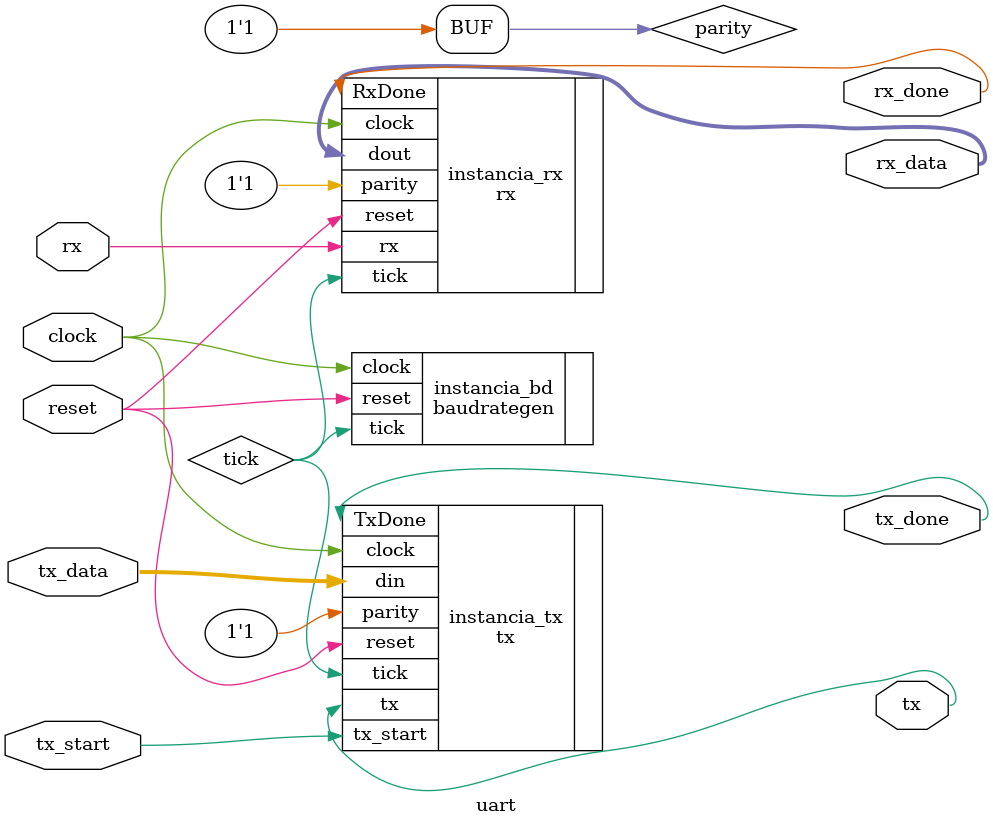
<source format=v>
`timescale 1ns / 1ps

module uart
    #(
        parameter CLK = 50e6,
        parameter BAUD_RATE = 9600,
        parameter NB_DATA = 8

    )(
        input wire clock,
        input wire reset,
        input wire tx_start,
        input wire rx,
        input wire [NB_DATA - 1 : 0] tx_data,
        output wire [NB_DATA - 1 : 0] rx_data,
        output wire tx,
        output wire rx_done,
        output wire tx_done
    );
    
    reg parity = 1;
    wire tick;
    
    baudrategen#(.CLK(CLK), .BAUD_RATE(BAUD_RATE)) instancia_bd
    (
        .clock(clock),
        .reset(reset),
        .tick(tick)
    );

    tx#() instancia_tx
    (
        .clock(clock),
        .reset(reset),
        .tick(tick),
        .parity(parity),
        .tx_start(tx_start),

        .din(tx_data),
        .tx(tx),
        .TxDone(tx_done)
    );

    rx#() instancia_rx
    (
        .clock(clock),
        .reset(reset),
        .tick(tick),
        .parity(parity),

        .rx(rx),
        .dout(rx_data),
        .RxDone(rx_done)
    );
    
endmodule
</source>
